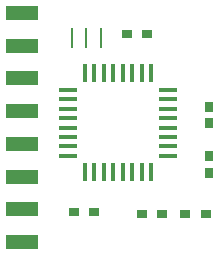
<source format=gtp>
G04 DipTrace 3.3.1.1*
G04 TopPaste.gtp*
%MOIN*%
G04 #@! TF.FileFunction,Paste,Top*
G04 #@! TF.Part,Single*
%ADD37R,0.007874X0.066929*%
%ADD41R,0.059055X0.011811*%
%ADD43R,0.011811X0.059055*%
%ADD47R,0.031496X0.035433*%
%ADD49R,0.110236X0.046626*%
%ADD53R,0.035433X0.031496*%
%FSLAX26Y26*%
G04*
G70*
G90*
G75*
G01*
G04 TopPaste*
%LPD*%
D53*
X806201Y1118701D3*
X873130D3*
X631201Y524950D3*
X698130D3*
D49*
X456201Y424951D3*
Y533951D3*
Y642951D3*
Y751951D3*
Y860951D3*
Y969951D3*
Y1078951D3*
X456251Y1187991D3*
D53*
X1068701Y518701D3*
X1001772D3*
X856201D3*
X923130D3*
D47*
X1081201Y656201D3*
Y712450D3*
Y874951D3*
Y820521D3*
D43*
X887451Y987450D3*
X855955D3*
X824459D3*
X792963D3*
X761467D3*
X729971D3*
X698475D3*
X666979D3*
D41*
X611861Y932332D3*
Y900836D3*
Y869340D3*
Y837844D3*
Y806348D3*
Y774852D3*
Y743356D3*
Y711860D3*
D43*
X666979Y656741D3*
X698475D3*
X729971D3*
X761467D3*
X792963D3*
X824459D3*
X855955D3*
X887451D3*
D41*
X942570Y711860D3*
Y743356D3*
Y774852D3*
Y806348D3*
Y837844D3*
Y869340D3*
Y900836D3*
Y932332D3*
D37*
X718701Y1106201D3*
X671457D3*
X624213D3*
M02*

</source>
